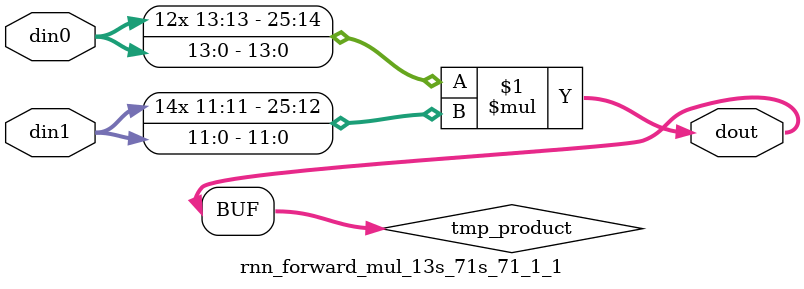
<source format=v>

`timescale 1 ns / 1 ps

  module rnn_forward_mul_13s_71s_71_1_1(din0, din1, dout);
parameter ID = 1;
parameter NUM_STAGE = 0;
parameter din0_WIDTH = 14;
parameter din1_WIDTH = 12;
parameter dout_WIDTH = 26;

input [din0_WIDTH - 1 : 0] din0; 
input [din1_WIDTH - 1 : 0] din1; 
output [dout_WIDTH - 1 : 0] dout;

wire signed [dout_WIDTH - 1 : 0] tmp_product;













assign tmp_product = $signed(din0) * $signed(din1);








assign dout = tmp_product;







endmodule

</source>
